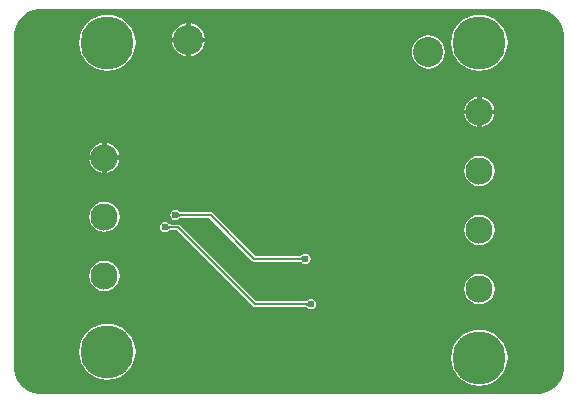
<source format=gbl>
G04*
G04 #@! TF.GenerationSoftware,Altium Limited,Altium Designer,20.1.11 (218)*
G04*
G04 Layer_Physical_Order=2*
G04 Layer_Color=16711680*
%FSAX25Y25*%
%MOIN*%
G70*
G04*
G04 #@! TF.SameCoordinates,AF1D1C57-4470-4538-B61E-DA1F935373CC*
G04*
G04*
G04 #@! TF.FilePolarity,Positive*
G04*
G01*
G75*
%ADD13C,0.00800*%
%ADD47C,0.09055*%
%ADD48C,0.10000*%
%ADD49C,0.17717*%
%ADD50C,0.02400*%
G36*
X0145683Y0113844D02*
X0147356Y0113151D01*
X0148863Y0112144D01*
X0150144Y0110863D01*
X0151151Y0109356D01*
X0151844Y0107683D01*
X0152197Y0105906D01*
Y0105000D01*
X0152197Y-0005000D01*
Y-0005000D01*
D01*
X0152197Y-0005906D01*
X0151844Y-0007683D01*
X0151151Y-0009357D01*
X0150144Y-0010863D01*
X0148863Y-0012144D01*
X0147356Y-0013150D01*
X0145683Y-0013844D01*
X0143906Y-0014197D01*
X0143000D01*
X-0022000Y-0014197D01*
X-0022906Y-0014197D01*
X-0024683Y-0013844D01*
X-0026357Y-0013150D01*
X-0027863Y-0012144D01*
X-0029144Y-0010863D01*
X-0030150Y-0009357D01*
X-0030844Y-0007683D01*
X-0031197Y-0005906D01*
Y-0005000D01*
Y0105000D01*
Y0105906D01*
X-0030844Y0107683D01*
X-0030150Y0109356D01*
X-0029144Y0110863D01*
X-0027863Y0112144D01*
X-0026357Y0113151D01*
X-0024683Y0113844D01*
X-0022906Y0114197D01*
X-0022000Y0114197D01*
D01*
X-0022000D01*
X0143000Y0114197D01*
X0143906D01*
X0145683Y0113844D01*
D02*
G37*
%LPC*%
G36*
X0027750Y0109449D02*
Y0104750D01*
X0032449D01*
X0032358Y0105436D01*
X0031804Y0106774D01*
X0030923Y0107923D01*
X0029774Y0108804D01*
X0028436Y0109358D01*
X0027750Y0109449D01*
D02*
G37*
G36*
X0026250D02*
X0025564Y0109358D01*
X0024226Y0108804D01*
X0023077Y0107923D01*
X0022196Y0106774D01*
X0021642Y0105436D01*
X0021551Y0104750D01*
X0026250D01*
Y0109449D01*
D02*
G37*
G36*
X0032449Y0103250D02*
X0027750D01*
Y0098551D01*
X0028436Y0098642D01*
X0029774Y0099196D01*
X0030923Y0100077D01*
X0031804Y0101226D01*
X0032358Y0102564D01*
X0032449Y0103250D01*
D02*
G37*
G36*
X0026250D02*
X0021551D01*
X0021642Y0102564D01*
X0022196Y0101226D01*
X0023077Y0100077D01*
X0024226Y0099196D01*
X0025564Y0098642D01*
X0026250Y0098551D01*
Y0103250D01*
D02*
G37*
G36*
X0107000Y0105447D02*
X0105564Y0105258D01*
X0104226Y0104704D01*
X0103077Y0103823D01*
X0102196Y0102674D01*
X0101642Y0101336D01*
X0101453Y0099900D01*
X0101642Y0098464D01*
X0102196Y0097126D01*
X0103077Y0095977D01*
X0104226Y0095096D01*
X0105564Y0094542D01*
X0107000Y0094353D01*
X0108436Y0094542D01*
X0109774Y0095096D01*
X0110923Y0095977D01*
X0111804Y0097126D01*
X0112358Y0098464D01*
X0112548Y0099900D01*
X0112358Y0101336D01*
X0111804Y0102674D01*
X0110923Y0103823D01*
X0109774Y0104704D01*
X0108436Y0105258D01*
X0107000Y0105447D01*
D02*
G37*
G36*
X0124000Y0112404D02*
X0122166Y0112223D01*
X0120401Y0111688D01*
X0118776Y0110819D01*
X0117351Y0109649D01*
X0116181Y0108224D01*
X0115312Y0106599D01*
X0114777Y0104834D01*
X0114596Y0103000D01*
X0114777Y0101165D01*
X0115312Y0099401D01*
X0116181Y0097776D01*
X0117351Y0096351D01*
X0118776Y0095181D01*
X0120401Y0094312D01*
X0122166Y0093777D01*
X0124000Y0093597D01*
X0125835Y0093777D01*
X0127599Y0094312D01*
X0129224Y0095181D01*
X0130649Y0096351D01*
X0131819Y0097776D01*
X0132688Y0099401D01*
X0133223Y0101165D01*
X0133404Y0103000D01*
X0133223Y0104834D01*
X0132688Y0106599D01*
X0131819Y0108224D01*
X0130649Y0109649D01*
X0129224Y0110819D01*
X0127599Y0111688D01*
X0125835Y0112223D01*
X0124000Y0112404D01*
D02*
G37*
G36*
X0000000D02*
X-0001835Y0112223D01*
X-0003599Y0111688D01*
X-0005224Y0110819D01*
X-0006649Y0109649D01*
X-0007819Y0108224D01*
X-0008688Y0106599D01*
X-0009223Y0104834D01*
X-0009403Y0103000D01*
X-0009223Y0101165D01*
X-0008688Y0099401D01*
X-0007819Y0097776D01*
X-0006649Y0096351D01*
X-0005224Y0095181D01*
X-0003599Y0094312D01*
X-0001835Y0093777D01*
X0000000Y0093597D01*
X0001835Y0093777D01*
X0003599Y0094312D01*
X0005224Y0095181D01*
X0006649Y0096351D01*
X0007819Y0097776D01*
X0008688Y0099401D01*
X0009223Y0101165D01*
X0009403Y0103000D01*
X0009223Y0104834D01*
X0008688Y0106599D01*
X0007819Y0108224D01*
X0006649Y0109649D01*
X0005224Y0110819D01*
X0003599Y0111688D01*
X0001835Y0112223D01*
X0000000Y0112404D01*
D02*
G37*
G36*
X0124750Y0084972D02*
Y0080750D01*
X0128972D01*
X0128898Y0081313D01*
X0128392Y0082535D01*
X0127586Y0083586D01*
X0126535Y0084392D01*
X0125312Y0084898D01*
X0124750Y0084972D01*
D02*
G37*
G36*
X0123250D02*
X0122687Y0084898D01*
X0121465Y0084392D01*
X0120414Y0083586D01*
X0119608Y0082535D01*
X0119102Y0081313D01*
X0119028Y0080750D01*
X0123250D01*
Y0084972D01*
D02*
G37*
G36*
Y0079250D02*
X0119028D01*
X0119102Y0078688D01*
X0119608Y0077464D01*
X0120414Y0076414D01*
X0121465Y0075608D01*
X0122687Y0075102D01*
X0123250Y0075028D01*
Y0079250D01*
D02*
G37*
G36*
X0128972D02*
X0124750D01*
Y0075028D01*
X0125312Y0075102D01*
X0126535Y0075608D01*
X0127586Y0076414D01*
X0128392Y0077464D01*
X0128898Y0078688D01*
X0128972Y0079250D01*
D02*
G37*
G36*
X-0000250Y0069657D02*
Y0065435D01*
X0003972D01*
X0003898Y0065997D01*
X0003392Y0067220D01*
X0002586Y0068271D01*
X0001536Y0069077D01*
X0000313Y0069583D01*
X-0000250Y0069657D01*
D02*
G37*
G36*
X-0001750D02*
X-0002313Y0069583D01*
X-0003536Y0069077D01*
X-0004586Y0068271D01*
X-0005392Y0067220D01*
X-0005898Y0065997D01*
X-0005972Y0065435D01*
X-0001750D01*
Y0069657D01*
D02*
G37*
G36*
X0003972Y0063935D02*
X-0000250D01*
Y0059713D01*
X0000313Y0059787D01*
X0001536Y0060294D01*
X0002586Y0061099D01*
X0003392Y0062150D01*
X0003898Y0063373D01*
X0003972Y0063935D01*
D02*
G37*
G36*
X-0001750D02*
X-0005972D01*
X-0005898Y0063373D01*
X-0005392Y0062150D01*
X-0004586Y0061099D01*
X-0003536Y0060294D01*
X-0002313Y0059787D01*
X-0001750Y0059713D01*
Y0063935D01*
D02*
G37*
G36*
X0124000Y0065386D02*
X0122687Y0065213D01*
X0121465Y0064706D01*
X0120414Y0063901D01*
X0119608Y0062850D01*
X0119102Y0061627D01*
X0118929Y0060315D01*
X0119102Y0059003D01*
X0119608Y0057780D01*
X0120414Y0056729D01*
X0121465Y0055923D01*
X0122687Y0055417D01*
X0124000Y0055244D01*
X0125312Y0055417D01*
X0126535Y0055923D01*
X0127586Y0056729D01*
X0128392Y0057780D01*
X0128898Y0059003D01*
X0129071Y0060315D01*
X0128898Y0061627D01*
X0128392Y0062850D01*
X0127586Y0063901D01*
X0126535Y0064706D01*
X0125312Y0065213D01*
X0124000Y0065386D01*
D02*
G37*
G36*
X-0001000Y0050071D02*
X-0002313Y0049898D01*
X-0003536Y0049392D01*
X-0004586Y0048586D01*
X-0005392Y0047535D01*
X-0005898Y0046312D01*
X-0006071Y0045000D01*
X-0005898Y0043687D01*
X-0005392Y0042465D01*
X-0004586Y0041414D01*
X-0003536Y0040608D01*
X-0002313Y0040102D01*
X-0001000Y0039929D01*
X0000313Y0040102D01*
X0001536Y0040608D01*
X0002586Y0041414D01*
X0003392Y0042465D01*
X0003898Y0043687D01*
X0004071Y0045000D01*
X0003898Y0046312D01*
X0003392Y0047535D01*
X0002586Y0048586D01*
X0001536Y0049392D01*
X0000313Y0049898D01*
X-0001000Y0050071D01*
D02*
G37*
G36*
X0124000Y0045701D02*
X0122687Y0045528D01*
X0121465Y0045022D01*
X0120414Y0044216D01*
X0119608Y0043165D01*
X0119102Y0041942D01*
X0118929Y0040630D01*
X0119102Y0039318D01*
X0119608Y0038094D01*
X0120414Y0037044D01*
X0121465Y0036238D01*
X0122687Y0035732D01*
X0124000Y0035559D01*
X0125312Y0035732D01*
X0126535Y0036238D01*
X0127586Y0037044D01*
X0128392Y0038094D01*
X0128898Y0039318D01*
X0129071Y0040630D01*
X0128898Y0041942D01*
X0128392Y0043165D01*
X0127586Y0044216D01*
X0126535Y0045022D01*
X0125312Y0045528D01*
X0124000Y0045701D01*
D02*
G37*
G36*
X0022700Y0047333D02*
X0022037Y0047201D01*
X0021474Y0046826D01*
X0021099Y0046263D01*
X0020967Y0045600D01*
X0021099Y0044937D01*
X0021474Y0044374D01*
X0022037Y0043999D01*
X0022700Y0043867D01*
X0023363Y0043999D01*
X0023898Y0044356D01*
X0023931Y0044368D01*
X0024005Y0044439D01*
X0024065Y0044489D01*
X0024124Y0044531D01*
X0024182Y0044566D01*
X0024240Y0044595D01*
X0024299Y0044618D01*
X0024358Y0044635D01*
X0024419Y0044648D01*
X0024483Y0044656D01*
X0024573Y0044659D01*
X0024623Y0044682D01*
X0034020D01*
X0048351Y0030351D01*
X0048649Y0030152D01*
X0049000Y0030082D01*
X0064077D01*
X0064127Y0030059D01*
X0064217Y0030056D01*
X0064281Y0030048D01*
X0064342Y0030035D01*
X0064401Y0030018D01*
X0064460Y0029995D01*
X0064518Y0029966D01*
X0064576Y0029931D01*
X0064635Y0029889D01*
X0064695Y0029839D01*
X0064769Y0029768D01*
X0064802Y0029756D01*
X0065337Y0029399D01*
X0066000Y0029267D01*
X0066663Y0029399D01*
X0067226Y0029774D01*
X0067601Y0030337D01*
X0067733Y0031000D01*
X0067601Y0031663D01*
X0067226Y0032226D01*
X0066663Y0032601D01*
X0066000Y0032733D01*
X0065337Y0032601D01*
X0064802Y0032244D01*
X0064769Y0032232D01*
X0064695Y0032161D01*
X0064635Y0032111D01*
X0064576Y0032069D01*
X0064518Y0032034D01*
X0064460Y0032005D01*
X0064401Y0031982D01*
X0064342Y0031965D01*
X0064281Y0031952D01*
X0064217Y0031944D01*
X0064127Y0031941D01*
X0064077Y0031918D01*
X0049380D01*
X0035049Y0046249D01*
X0034751Y0046448D01*
X0034400Y0046518D01*
X0024623D01*
X0024573Y0046541D01*
X0024483Y0046544D01*
X0024419Y0046552D01*
X0024358Y0046565D01*
X0024299Y0046582D01*
X0024240Y0046605D01*
X0024182Y0046634D01*
X0024124Y0046669D01*
X0024065Y0046711D01*
X0024005Y0046761D01*
X0023931Y0046832D01*
X0023898Y0046844D01*
X0023363Y0047201D01*
X0022700Y0047333D01*
D02*
G37*
G36*
X-0001000Y0030386D02*
X-0002313Y0030213D01*
X-0003536Y0029706D01*
X-0004586Y0028901D01*
X-0005392Y0027850D01*
X-0005898Y0026627D01*
X-0006071Y0025315D01*
X-0005898Y0024002D01*
X-0005392Y0022780D01*
X-0004586Y0021729D01*
X-0003536Y0020923D01*
X-0002313Y0020417D01*
X-0001000Y0020244D01*
X0000313Y0020417D01*
X0001536Y0020923D01*
X0002586Y0021729D01*
X0003392Y0022780D01*
X0003898Y0024002D01*
X0004071Y0025315D01*
X0003898Y0026627D01*
X0003392Y0027850D01*
X0002586Y0028901D01*
X0001536Y0029706D01*
X0000313Y0030213D01*
X-0001000Y0030386D01*
D02*
G37*
G36*
X0124000Y0026016D02*
X0122687Y0025843D01*
X0121465Y0025336D01*
X0120414Y0024531D01*
X0119608Y0023480D01*
X0119102Y0022257D01*
X0118929Y0020945D01*
X0119102Y0019632D01*
X0119608Y0018409D01*
X0120414Y0017359D01*
X0121465Y0016553D01*
X0122687Y0016047D01*
X0124000Y0015874D01*
X0125312Y0016047D01*
X0126535Y0016553D01*
X0127586Y0017359D01*
X0128392Y0018409D01*
X0128898Y0019632D01*
X0129071Y0020945D01*
X0128898Y0022257D01*
X0128392Y0023480D01*
X0127586Y0024531D01*
X0126535Y0025336D01*
X0125312Y0025843D01*
X0124000Y0026016D01*
D02*
G37*
G36*
X0019200Y0043233D02*
X0018537Y0043101D01*
X0017974Y0042726D01*
X0017599Y0042163D01*
X0017467Y0041500D01*
X0017599Y0040837D01*
X0017974Y0040274D01*
X0018537Y0039899D01*
X0019200Y0039767D01*
X0019863Y0039899D01*
X0020398Y0040256D01*
X0020431Y0040268D01*
X0020505Y0040339D01*
X0020565Y0040389D01*
X0020624Y0040431D01*
X0020682Y0040466D01*
X0020740Y0040495D01*
X0020799Y0040518D01*
X0020858Y0040535D01*
X0020919Y0040548D01*
X0020983Y0040556D01*
X0021073Y0040559D01*
X0021123Y0040582D01*
X0023120D01*
X0048509Y0015193D01*
X0048807Y0014994D01*
X0048865Y0014983D01*
X0049158Y0014925D01*
X0066046D01*
X0066096Y0014901D01*
X0066185Y0014898D01*
X0066249Y0014890D01*
X0066311Y0014877D01*
X0066370Y0014860D01*
X0066428Y0014837D01*
X0066486Y0014808D01*
X0066545Y0014773D01*
X0066604Y0014731D01*
X0066664Y0014681D01*
X0066738Y0014611D01*
X0066771Y0014598D01*
X0067305Y0014241D01*
X0067969Y0014109D01*
X0068632Y0014241D01*
X0069194Y0014617D01*
X0069570Y0015179D01*
X0069702Y0015842D01*
X0069570Y0016506D01*
X0069194Y0017068D01*
X0068632Y0017444D01*
X0067969Y0017575D01*
X0067305Y0017444D01*
X0066771Y0017086D01*
X0066738Y0017074D01*
X0066664Y0017003D01*
X0066604Y0016953D01*
X0066545Y0016911D01*
X0066486Y0016876D01*
X0066428Y0016848D01*
X0066370Y0016825D01*
X0066311Y0016807D01*
X0066249Y0016794D01*
X0066185Y0016786D01*
X0066096Y0016783D01*
X0066046Y0016760D01*
X0049538D01*
X0024149Y0042149D01*
X0023851Y0042348D01*
X0023500Y0042418D01*
X0021123D01*
X0021073Y0042441D01*
X0020983Y0042444D01*
X0020919Y0042452D01*
X0020858Y0042465D01*
X0020799Y0042483D01*
X0020740Y0042505D01*
X0020682Y0042534D01*
X0020624Y0042569D01*
X0020565Y0042611D01*
X0020505Y0042661D01*
X0020431Y0042731D01*
X0020398Y0042744D01*
X0019863Y0043101D01*
X0019200Y0043233D01*
D02*
G37*
G36*
X0000000Y0009403D02*
X-0001835Y0009223D01*
X-0003599Y0008688D01*
X-0005224Y0007819D01*
X-0006649Y0006649D01*
X-0007819Y0005224D01*
X-0008688Y0003599D01*
X-0009223Y0001835D01*
X-0009403Y0000000D01*
X-0009223Y-0001835D01*
X-0008688Y-0003599D01*
X-0007819Y-0005224D01*
X-0006649Y-0006649D01*
X-0005224Y-0007819D01*
X-0003599Y-0008688D01*
X-0001835Y-0009223D01*
X0000000Y-0009403D01*
X0001835Y-0009223D01*
X0003599Y-0008688D01*
X0005224Y-0007819D01*
X0006649Y-0006649D01*
X0007819Y-0005224D01*
X0008688Y-0003599D01*
X0009223Y-0001835D01*
X0009403Y0000000D01*
X0009223Y0001835D01*
X0008688Y0003599D01*
X0007819Y0005224D01*
X0006649Y0006649D01*
X0005224Y0007819D01*
X0003599Y0008688D01*
X0001835Y0009223D01*
X0000000Y0009403D01*
D02*
G37*
G36*
X0124000Y0007403D02*
X0122166Y0007223D01*
X0120401Y0006688D01*
X0118776Y0005819D01*
X0117351Y0004649D01*
X0116181Y0003224D01*
X0115312Y0001599D01*
X0114777Y-0000166D01*
X0114596Y-0002000D01*
X0114777Y-0003835D01*
X0115312Y-0005599D01*
X0116181Y-0007224D01*
X0117351Y-0008649D01*
X0118776Y-0009819D01*
X0120401Y-0010688D01*
X0122166Y-0011223D01*
X0124000Y-0011404D01*
X0125835Y-0011223D01*
X0127599Y-0010688D01*
X0129224Y-0009819D01*
X0130649Y-0008649D01*
X0131819Y-0007224D01*
X0132688Y-0005599D01*
X0133223Y-0003835D01*
X0133404Y-0002000D01*
X0133223Y-0000166D01*
X0132688Y0001599D01*
X0131819Y0003224D01*
X0130649Y0004649D01*
X0129224Y0005819D01*
X0127599Y0006688D01*
X0125835Y0007223D01*
X0124000Y0007403D01*
D02*
G37*
%LPD*%
G36*
X0023645Y0046356D02*
X0023735Y0046282D01*
X0023828Y0046216D01*
X0023923Y0046158D01*
X0024021Y0046110D01*
X0024122Y0046070D01*
X0024225Y0046040D01*
X0024331Y0046018D01*
X0024440Y0046004D01*
X0024551Y0046000D01*
Y0045200D01*
X0024440Y0045196D01*
X0024331Y0045182D01*
X0024225Y0045160D01*
X0024122Y0045130D01*
X0024021Y0045090D01*
X0023923Y0045042D01*
X0023828Y0044984D01*
X0023735Y0044918D01*
X0023645Y0044844D01*
X0023557Y0044760D01*
Y0046440D01*
X0023645Y0046356D01*
D02*
G37*
G36*
X0065143Y0030160D02*
X0065055Y0030244D01*
X0064965Y0030318D01*
X0064872Y0030384D01*
X0064777Y0030442D01*
X0064679Y0030490D01*
X0064578Y0030530D01*
X0064475Y0030560D01*
X0064369Y0030582D01*
X0064260Y0030596D01*
X0064149Y0030600D01*
Y0031400D01*
X0064260Y0031404D01*
X0064369Y0031418D01*
X0064475Y0031440D01*
X0064578Y0031470D01*
X0064679Y0031510D01*
X0064777Y0031558D01*
X0064872Y0031616D01*
X0064965Y0031682D01*
X0065055Y0031756D01*
X0065143Y0031840D01*
Y0030160D01*
D02*
G37*
G36*
X0020145Y0042256D02*
X0020235Y0042182D01*
X0020328Y0042116D01*
X0020423Y0042058D01*
X0020521Y0042010D01*
X0020622Y0041970D01*
X0020725Y0041940D01*
X0020831Y0041918D01*
X0020940Y0041904D01*
X0021051Y0041900D01*
Y0041100D01*
X0020940Y0041096D01*
X0020831Y0041082D01*
X0020725Y0041060D01*
X0020622Y0041030D01*
X0020521Y0040990D01*
X0020423Y0040942D01*
X0020328Y0040884D01*
X0020235Y0040818D01*
X0020145Y0040744D01*
X0020057Y0040660D01*
Y0042340D01*
X0020145Y0042256D01*
D02*
G37*
G36*
X0067112Y0015002D02*
X0067024Y0015086D01*
X0066934Y0015161D01*
X0066841Y0015227D01*
X0066746Y0015284D01*
X0066647Y0015332D01*
X0066547Y0015372D01*
X0066443Y0015403D01*
X0066337Y0015425D01*
X0066228Y0015438D01*
X0066117Y0015442D01*
Y0016242D01*
X0066228Y0016247D01*
X0066337Y0016260D01*
X0066443Y0016282D01*
X0066547Y0016313D01*
X0066647Y0016352D01*
X0066746Y0016401D01*
X0066841Y0016458D01*
X0066934Y0016524D01*
X0067024Y0016599D01*
X0067112Y0016682D01*
Y0015002D01*
D02*
G37*
D13*
X0019200Y0041500D02*
X0023500D01*
X0034400Y0045600D02*
X0049000Y0031000D01*
X0022700Y0045600D02*
X0034400D01*
X0023500Y0041500D02*
X0049158Y0015842D01*
X0049000Y0031000D02*
X0066000D01*
X0049158Y0015842D02*
X0067969D01*
D47*
X-0001000Y0025315D02*
D03*
Y0045000D02*
D03*
Y0064685D02*
D03*
X0124000Y0060315D02*
D03*
Y0040630D02*
D03*
Y0080000D02*
D03*
Y0020945D02*
D03*
D48*
X0107000Y0099900D02*
D03*
X0027000Y0104000D02*
D03*
D49*
X0000000Y0103000D02*
D03*
X0124000D02*
D03*
Y-0002000D02*
D03*
X0000000Y0000000D02*
D03*
D50*
X0019200Y0041500D02*
D03*
X0143299Y0102842D02*
D03*
X0138299Y0092842D02*
D03*
X0143299Y0082842D02*
D03*
X0138299Y0072842D02*
D03*
X0143299Y0062842D02*
D03*
Y0042842D02*
D03*
Y0022842D02*
D03*
Y0002842D02*
D03*
X0138299Y-0007158D02*
D03*
X0128299Y0092842D02*
D03*
X0133299Y0082842D02*
D03*
X0128299Y0072842D02*
D03*
X0133299Y0062842D02*
D03*
X0118299Y0092842D02*
D03*
Y0072842D02*
D03*
X0113299Y0102842D02*
D03*
Y0082842D02*
D03*
X0103299Y0002842D02*
D03*
X0088299Y0092842D02*
D03*
X0093299Y0082842D02*
D03*
X0083299Y0102842D02*
D03*
X0078299Y0092842D02*
D03*
X0083299Y0082842D02*
D03*
X0078299Y-0007158D02*
D03*
X0073299Y0102842D02*
D03*
Y0082842D02*
D03*
X0068299Y-0007158D02*
D03*
X0063299Y0082842D02*
D03*
X0053299Y0102842D02*
D03*
X0048299Y0092842D02*
D03*
X0053299Y0082842D02*
D03*
X0043299Y0102842D02*
D03*
Y0082842D02*
D03*
X0038299Y-0007158D02*
D03*
X0033299Y0022842D02*
D03*
X0018299Y0052842D02*
D03*
X0013299Y0102842D02*
D03*
X0008299Y0092842D02*
D03*
X0013299Y0082842D02*
D03*
X0008299Y0072842D02*
D03*
X0013299Y0062842D02*
D03*
X0008299Y0052842D02*
D03*
X0013299Y0042842D02*
D03*
X0008299Y0032842D02*
D03*
X0013299Y0022842D02*
D03*
X0008299Y0012842D02*
D03*
Y-0007158D02*
D03*
X0003299Y0082842D02*
D03*
X-0001701Y0072842D02*
D03*
Y0052842D02*
D03*
Y0032842D02*
D03*
Y0012842D02*
D03*
X-0011701Y0092842D02*
D03*
X-0006701Y0082842D02*
D03*
X-0011701Y0072842D02*
D03*
Y0052842D02*
D03*
Y0032842D02*
D03*
Y0012842D02*
D03*
Y-0007158D02*
D03*
X-0016701Y0102842D02*
D03*
X-0021701Y0092842D02*
D03*
X-0016701Y0082842D02*
D03*
X-0021701Y0072842D02*
D03*
X-0016701Y0062842D02*
D03*
X-0021701Y0052842D02*
D03*
X-0016701Y0042842D02*
D03*
X-0021701Y0032842D02*
D03*
X-0016701Y0022842D02*
D03*
X-0021701Y0012842D02*
D03*
X-0016701Y0002842D02*
D03*
X-0021701Y-0007158D02*
D03*
X0056000Y0047000D02*
D03*
X0061237Y0042300D02*
D03*
X0061337Y0047000D02*
D03*
X0067969Y0015842D02*
D03*
X0072337Y0047000D02*
D03*
X0078000D02*
D03*
X0022700Y0045600D02*
D03*
X0066000Y0031000D02*
D03*
X0066900Y0042300D02*
D03*
X0067000Y0047000D02*
D03*
X0051000D02*
D03*
X0094387Y0027723D02*
D03*
Y0019066D02*
D03*
M02*

</source>
